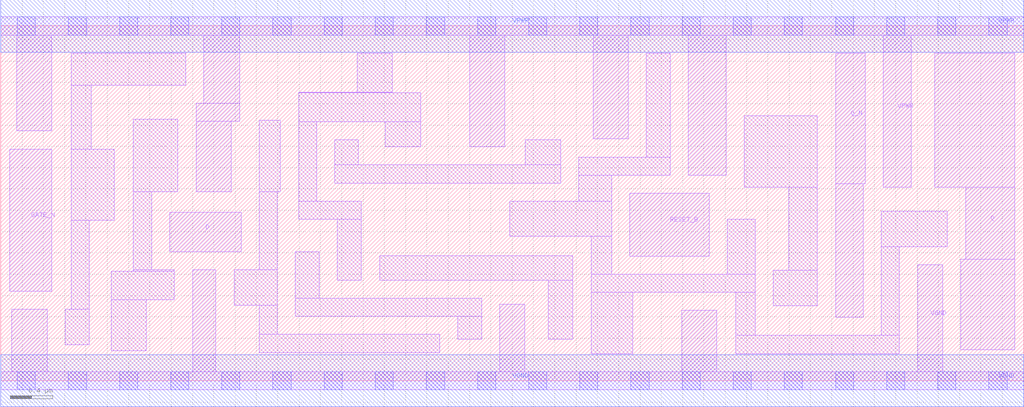
<source format=lef>
# Copyright 2020 The SkyWater PDK Authors
#
# Licensed under the Apache License, Version 2.0 (the "License");
# you may not use this file except in compliance with the License.
# You may obtain a copy of the License at
#
#     https://www.apache.org/licenses/LICENSE-2.0
#
# Unless required by applicable law or agreed to in writing, software
# distributed under the License is distributed on an "AS IS" BASIS,
# WITHOUT WARRANTIES OR CONDITIONS OF ANY KIND, either express or implied.
# See the License for the specific language governing permissions and
# limitations under the License.
#
# SPDX-License-Identifier: Apache-2.0

VERSION 5.7 ;
  NAMESCASESENSITIVE ON ;
  NOWIREEXTENSIONATPIN ON ;
  DIVIDERCHAR "/" ;
  BUSBITCHARS "[]" ;
UNITS
  DATABASE MICRONS 200 ;
END UNITS
MACRO sky130_fd_sc_lp__dlrbn_1
  CLASS CORE ;
  SOURCE USER ;
  FOREIGN sky130_fd_sc_lp__dlrbn_1 ;
  ORIGIN  0.000000  0.000000 ;
  SIZE  9.600000 BY  3.330000 ;
  SYMMETRY X Y R90 ;
  SITE unit ;
  PIN D
    ANTENNAGATEAREA  0.159000 ;
    DIRECTION INPUT ;
    USE SIGNAL ;
    PORT
      LAYER li1 ;
        RECT 1.585000 1.210000 2.255000 1.580000 ;
    END
  END D
  PIN Q
    ANTENNADIFFAREA  0.573300 ;
    DIRECTION OUTPUT ;
    USE SIGNAL ;
    PORT
      LAYER li1 ;
        RECT 8.765000 1.815000 9.515000 3.075000 ;
        RECT 9.010000 0.290000 9.515000 1.140000 ;
        RECT 9.055000 1.140000 9.515000 1.815000 ;
    END
  END Q
  PIN Q_N
    ANTENNADIFFAREA  0.556500 ;
    DIRECTION OUTPUT ;
    USE SIGNAL ;
    PORT
      LAYER li1 ;
        RECT 7.835000 0.595000 8.095000 1.850000 ;
        RECT 7.835000 1.850000 8.115000 3.075000 ;
    END
  END Q_N
  PIN RESET_B
    ANTENNAGATEAREA  0.315000 ;
    DIRECTION INPUT ;
    USE SIGNAL ;
    PORT
      LAYER li1 ;
        RECT 5.905000 1.170000 6.650000 1.760000 ;
    END
  END RESET_B
  PIN GATE_N
    ANTENNAGATEAREA  0.159000 ;
    DIRECTION INPUT ;
    USE CLOCK ;
    PORT
      LAYER li1 ;
        RECT 0.085000 0.840000 0.480000 2.175000 ;
    END
  END GATE_N
  PIN VGND
    DIRECTION INOUT ;
    USE GROUND ;
    PORT
      LAYER li1 ;
        RECT 0.000000 -0.085000 9.600000 0.085000 ;
        RECT 0.105000  0.085000 0.435000 0.670000 ;
        RECT 1.800000  0.085000 2.020000 1.040000 ;
        RECT 4.685000  0.085000 4.920000 0.720000 ;
        RECT 6.390000  0.085000 6.720000 0.660000 ;
        RECT 8.605000  0.085000 8.840000 1.090000 ;
      LAYER mcon ;
        RECT 0.155000 -0.085000 0.325000 0.085000 ;
        RECT 0.635000 -0.085000 0.805000 0.085000 ;
        RECT 1.115000 -0.085000 1.285000 0.085000 ;
        RECT 1.595000 -0.085000 1.765000 0.085000 ;
        RECT 2.075000 -0.085000 2.245000 0.085000 ;
        RECT 2.555000 -0.085000 2.725000 0.085000 ;
        RECT 3.035000 -0.085000 3.205000 0.085000 ;
        RECT 3.515000 -0.085000 3.685000 0.085000 ;
        RECT 3.995000 -0.085000 4.165000 0.085000 ;
        RECT 4.475000 -0.085000 4.645000 0.085000 ;
        RECT 4.955000 -0.085000 5.125000 0.085000 ;
        RECT 5.435000 -0.085000 5.605000 0.085000 ;
        RECT 5.915000 -0.085000 6.085000 0.085000 ;
        RECT 6.395000 -0.085000 6.565000 0.085000 ;
        RECT 6.875000 -0.085000 7.045000 0.085000 ;
        RECT 7.355000 -0.085000 7.525000 0.085000 ;
        RECT 7.835000 -0.085000 8.005000 0.085000 ;
        RECT 8.315000 -0.085000 8.485000 0.085000 ;
        RECT 8.795000 -0.085000 8.965000 0.085000 ;
        RECT 9.275000 -0.085000 9.445000 0.085000 ;
      LAYER met1 ;
        RECT 0.000000 -0.245000 9.600000 0.245000 ;
    END
  END VGND
  PIN VPWR
    DIRECTION INOUT ;
    USE POWER ;
    PORT
      LAYER li1 ;
        RECT 0.000000 3.245000 9.600000 3.415000 ;
        RECT 0.150000 2.345000 0.480000 3.245000 ;
        RECT 1.835000 1.775000 2.165000 2.435000 ;
        RECT 1.835000 2.435000 2.245000 2.605000 ;
        RECT 1.905000 2.605000 2.245000 3.245000 ;
        RECT 4.400000 2.195000 4.730000 3.245000 ;
        RECT 5.560000 2.270000 5.890000 3.245000 ;
        RECT 6.455000 1.930000 6.810000 3.245000 ;
        RECT 8.285000 1.815000 8.545000 3.245000 ;
      LAYER mcon ;
        RECT 0.155000 3.245000 0.325000 3.415000 ;
        RECT 0.635000 3.245000 0.805000 3.415000 ;
        RECT 1.115000 3.245000 1.285000 3.415000 ;
        RECT 1.595000 3.245000 1.765000 3.415000 ;
        RECT 2.075000 3.245000 2.245000 3.415000 ;
        RECT 2.555000 3.245000 2.725000 3.415000 ;
        RECT 3.035000 3.245000 3.205000 3.415000 ;
        RECT 3.515000 3.245000 3.685000 3.415000 ;
        RECT 3.995000 3.245000 4.165000 3.415000 ;
        RECT 4.475000 3.245000 4.645000 3.415000 ;
        RECT 4.955000 3.245000 5.125000 3.415000 ;
        RECT 5.435000 3.245000 5.605000 3.415000 ;
        RECT 5.915000 3.245000 6.085000 3.415000 ;
        RECT 6.395000 3.245000 6.565000 3.415000 ;
        RECT 6.875000 3.245000 7.045000 3.415000 ;
        RECT 7.355000 3.245000 7.525000 3.415000 ;
        RECT 7.835000 3.245000 8.005000 3.415000 ;
        RECT 8.315000 3.245000 8.485000 3.415000 ;
        RECT 8.795000 3.245000 8.965000 3.415000 ;
        RECT 9.275000 3.245000 9.445000 3.415000 ;
      LAYER met1 ;
        RECT 0.000000 3.085000 9.600000 3.575000 ;
    END
  END VPWR
  OBS
    LAYER li1 ;
      RECT 0.605000 0.340000 0.830000 0.670000 ;
      RECT 0.660000 0.670000 0.830000 1.505000 ;
      RECT 0.660000 1.505000 1.065000 2.175000 ;
      RECT 0.660000 2.175000 0.850000 2.775000 ;
      RECT 0.660000 2.775000 1.735000 3.075000 ;
      RECT 1.035000 0.280000 1.365000 0.760000 ;
      RECT 1.035000 0.760000 1.630000 1.030000 ;
      RECT 1.245000 1.030000 1.630000 1.040000 ;
      RECT 1.245000 1.040000 1.415000 1.775000 ;
      RECT 1.245000 1.775000 1.660000 2.455000 ;
      RECT 2.190000 0.710000 2.595000 1.040000 ;
      RECT 2.425000 0.265000 4.120000 0.435000 ;
      RECT 2.425000 0.435000 2.595000 0.710000 ;
      RECT 2.425000 1.040000 2.595000 1.775000 ;
      RECT 2.425000 1.775000 2.625000 2.445000 ;
      RECT 2.765000 0.605000 4.515000 0.775000 ;
      RECT 2.765000 0.775000 2.990000 1.210000 ;
      RECT 2.795000 1.515000 3.385000 1.685000 ;
      RECT 2.795000 1.685000 2.965000 2.430000 ;
      RECT 2.795000 2.430000 3.940000 2.705000 ;
      RECT 2.795000 2.705000 3.675000 2.710000 ;
      RECT 3.135000 1.855000 5.255000 2.025000 ;
      RECT 3.135000 2.025000 3.355000 2.260000 ;
      RECT 3.160000 0.945000 3.385000 1.515000 ;
      RECT 3.345000 2.710000 3.675000 3.075000 ;
      RECT 3.555000 0.945000 5.370000 1.175000 ;
      RECT 3.610000 2.195000 3.940000 2.430000 ;
      RECT 4.290000 0.390000 4.515000 0.605000 ;
      RECT 4.775000 1.355000 5.735000 1.685000 ;
      RECT 4.925000 2.025000 5.255000 2.260000 ;
      RECT 5.140000 0.390000 5.370000 0.945000 ;
      RECT 5.425000 1.685000 5.735000 1.930000 ;
      RECT 5.425000 1.930000 6.285000 2.100000 ;
      RECT 5.540000 0.255000 5.930000 0.830000 ;
      RECT 5.540000 0.830000 7.080000 1.000000 ;
      RECT 5.540000 1.000000 5.735000 1.355000 ;
      RECT 6.060000 2.100000 6.285000 3.075000 ;
      RECT 6.820000 1.000000 7.080000 1.515000 ;
      RECT 6.900000 0.255000 8.435000 0.425000 ;
      RECT 6.900000 0.425000 7.080000 0.830000 ;
      RECT 6.980000 1.815000 7.665000 2.485000 ;
      RECT 7.250000 0.705000 7.665000 1.035000 ;
      RECT 7.395000 1.035000 7.665000 1.815000 ;
      RECT 8.265000 0.425000 8.435000 1.260000 ;
      RECT 8.265000 1.260000 8.885000 1.590000 ;
  END
END sky130_fd_sc_lp__dlrbn_1

</source>
